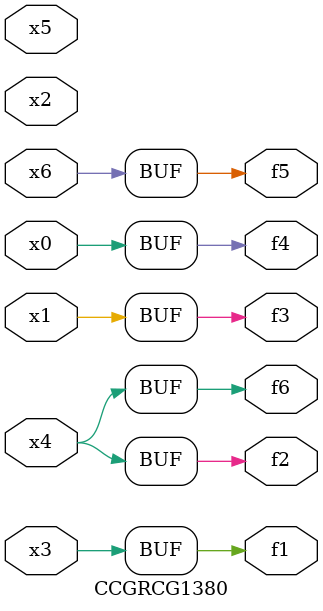
<source format=v>
module CCGRCG1380(
	input x0, x1, x2, x3, x4, x5, x6,
	output f1, f2, f3, f4, f5, f6
);
	assign f1 = x3;
	assign f2 = x4;
	assign f3 = x1;
	assign f4 = x0;
	assign f5 = x6;
	assign f6 = x4;
endmodule

</source>
